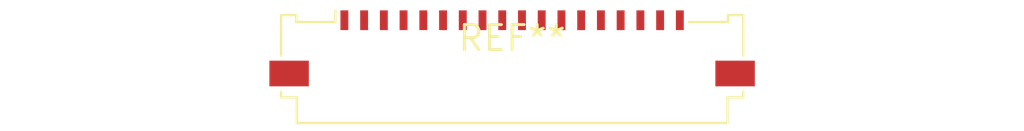
<source format=kicad_pcb>
(kicad_pcb (version 20240108) (generator pcbnew)
  (layers (0 "F.Cu" signal) (31 "B.Cu" signal) (34 "B.Paste" user) (35 "F.Paste" user) (36 "B.SilkS" user "B.Silkscreen") (37 "F.SilkS" user "F.Silkscreen") (38 "B.Mask" user) (39 "F.Mask" user) (44 "Edge.Cuts" user))
  (net 0 "")
  (footprint "Molex_200528-0180_1x18-1MP_P1.00mm_Horizontal" (layer "F.Cu") (at 0 0)
    (property "Reference" "REF**")
    (property "Value" "Molex_200528-0180_1x18-1MP_P1.00mm_Horizontal")
    (fp_line (start -11.71 -1.17) (end -11.71 0.88) (layer "F.SilkS") (stroke (width 0.12)))
    (fp_line (start -11.71 2.7) (end -11.71 3) (layer "F.SilkS") (stroke (width 0.12)))
    (fp_line (start -11.71 3) (end -10.91 3) (layer "F.SilkS") (stroke (width 0.12)))
    (fp_line (start -10.94 -1.17) (end -11.71 -1.17) (layer "F.SilkS") (stroke (width 0.12)))
    (fp_line (start -10.94 -0.82) (end -10.94 -1.17) (layer "F.SilkS") (stroke (width 0.12)))
    (fp_line (start -10.91 3) (end -10.91 4.3) (layer "F.SilkS") (stroke (width 0.12)))
    (fp_line (start -10.91 4.3) (end 10.91 4.3) (layer "F.SilkS") (stroke (width 0.12)))
    (fp_line (start -8.96 -1.41) (end -8.96 -0.82) (layer "F.SilkS") (stroke (width 0.12)))
    (fp_line (start -8.96 -0.82) (end -10.94 -0.82) (layer "F.SilkS") (stroke (width 0.12)))
    (fp_line (start 10.91 3) (end 11.71 3) (layer "F.SilkS") (stroke (width 0.12)))
    (fp_line (start 10.91 4.3) (end 10.91 3) (layer "F.SilkS") (stroke (width 0.12)))
    (fp_line (start 10.94 -1.17) (end 10.94 -0.82) (layer "F.SilkS") (stroke (width 0.12)))
    (fp_line (start 10.94 -0.82) (end 8.96 -0.82) (layer "F.SilkS") (stroke (width 0.12)))
    (fp_line (start 11.71 -1.17) (end 10.94 -1.17) (layer "F.SilkS") (stroke (width 0.12)))
    (fp_line (start 11.71 0.88) (end 11.71 -1.17) (layer "F.SilkS") (stroke (width 0.12)))
    (fp_line (start 11.71 3) (end 11.71 2.7) (layer "F.SilkS") (stroke (width 0.12)))
    (pad "1" smd rect (at -8.5 -0.91) (size 0.4 1) (layers "F.Cu" "F.Paste" "F.Mask"))
    (pad "2" smd rect (at -7.5 -0.91) (size 0.4 1) (layers "F.Cu" "F.Paste" "F.Mask"))
    (pad "3" smd rect (at -6.5 -0.91) (size 0.4 1) (layers "F.Cu" "F.Paste" "F.Mask"))
    (pad "4" smd rect (at -5.5 -0.91) (size 0.4 1) (layers "F.Cu" "F.Paste" "F.Mask"))
    (pad "5" smd rect (at -4.5 -0.91) (size 0.4 1) (layers "F.Cu" "F.Paste" "F.Mask"))
    (pad "6" smd rect (at -3.5 -0.91) (size 0.4 1) (layers "F.Cu" "F.Paste" "F.Mask"))
    (pad "7" smd rect (at -2.5 -0.91) (size 0.4 1) (layers "F.Cu" "F.Paste" "F.Mask"))
    (pad "8" smd rect (at -1.5 -0.91) (size 0.4 1) (layers "F.Cu" "F.Paste" "F.Mask"))
    (pad "9" smd rect (at -0.5 -0.91) (size 0.4 1) (layers "F.Cu" "F.Paste" "F.Mask"))
    (pad "10" smd rect (at 0.5 -0.91) (size 0.4 1) (layers "F.Cu" "F.Paste" "F.Mask"))
    (pad "11" smd rect (at 1.5 -0.91) (size 0.4 1) (layers "F.Cu" "F.Paste" "F.Mask"))
    (pad "12" smd rect (at 2.5 -0.91) (size 0.4 1) (layers "F.Cu" "F.Paste" "F.Mask"))
    (pad "13" smd rect (at 3.5 -0.91) (size 0.4 1) (layers "F.Cu" "F.Paste" "F.Mask"))
    (pad "14" smd rect (at 4.5 -0.91) (size 0.4 1) (layers "F.Cu" "F.Paste" "F.Mask"))
    (pad "15" smd rect (at 5.5 -0.91) (size 0.4 1) (layers "F.Cu" "F.Paste" "F.Mask"))
    (pad "16" smd rect (at 6.5 -0.91) (size 0.4 1) (layers "F.Cu" "F.Paste" "F.Mask"))
    (pad "17" smd rect (at 7.5 -0.91) (size 0.4 1) (layers "F.Cu" "F.Paste" "F.Mask"))
    (pad "18" smd rect (at 8.5 -0.91) (size 0.4 1) (layers "F.Cu" "F.Paste" "F.Mask"))
    (pad "MP" smd rect (at -11.3 1.79) (size 2 1.3) (layers "F.Cu" "F.Paste" "F.Mask"))
    (pad "MP" smd rect (at 11.3 1.79) (size 2 1.3) (layers "F.Cu" "F.Paste" "F.Mask"))
  )
)
</source>
